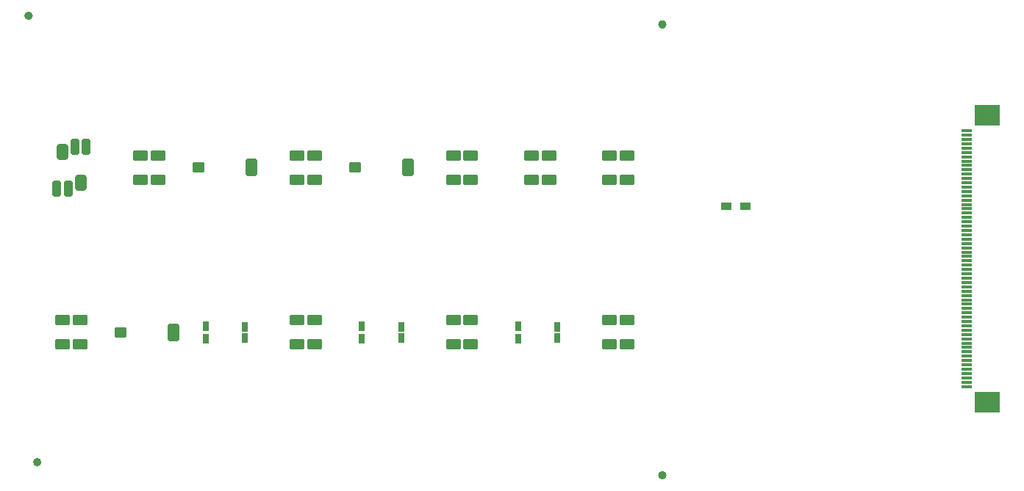
<source format=gtp>
G04 #@! TF.GenerationSoftware,KiCad,Pcbnew,(6.0.1-0)*
G04 #@! TF.CreationDate,2022-03-09T19:17:36+09:00*
G04 #@! TF.ProjectId,photo-single,70686f74-6f2d-4736-996e-676c652e6b69,rev?*
G04 #@! TF.SameCoordinates,Original*
G04 #@! TF.FileFunction,Paste,Top*
G04 #@! TF.FilePolarity,Positive*
%FSLAX46Y46*%
G04 Gerber Fmt 4.6, Leading zero omitted, Abs format (unit mm)*
G04 Created by KiCad (PCBNEW (6.0.1-0)) date 2022-03-09 19:17:36*
%MOMM*%
%LPD*%
G01*
G04 APERTURE LIST*
G04 Aperture macros list*
%AMRoundRect*
0 Rectangle with rounded corners*
0 $1 Rounding radius*
0 $2 $3 $4 $5 $6 $7 $8 $9 X,Y pos of 4 corners*
0 Add a 4 corners polygon primitive as box body*
4,1,4,$2,$3,$4,$5,$6,$7,$8,$9,$2,$3,0*
0 Add four circle primitives for the rounded corners*
1,1,$1+$1,$2,$3*
1,1,$1+$1,$4,$5*
1,1,$1+$1,$6,$7*
1,1,$1+$1,$8,$9*
0 Add four rect primitives between the rounded corners*
20,1,$1+$1,$2,$3,$4,$5,0*
20,1,$1+$1,$4,$5,$6,$7,0*
20,1,$1+$1,$6,$7,$8,$9,0*
20,1,$1+$1,$8,$9,$2,$3,0*%
G04 Aperture macros list end*
%ADD10C,0.475000*%
%ADD11C,0.120000*%
%ADD12RoundRect,0.250000X-0.625000X0.375000X-0.625000X-0.375000X0.625000X-0.375000X0.625000X0.375000X0*%
%ADD13RoundRect,0.280000X0.420000X0.720000X-0.420000X0.720000X-0.420000X-0.720000X0.420000X-0.720000X0*%
%ADD14RoundRect,0.240000X0.460000X0.360000X-0.460000X0.360000X-0.460000X-0.360000X0.460000X-0.360000X0*%
%ADD15RoundRect,0.260000X0.390000X-0.640000X0.390000X0.640000X-0.390000X0.640000X-0.390000X-0.640000X0*%
%ADD16RoundRect,0.200000X0.300000X-0.700000X0.300000X0.700000X-0.300000X0.700000X-0.300000X-0.700000X0*%
%ADD17RoundRect,0.260000X-0.390000X0.640000X-0.390000X-0.640000X0.390000X-0.640000X0.390000X0.640000X0*%
%ADD18RoundRect,0.200000X-0.300000X0.700000X-0.300000X-0.700000X0.300000X-0.700000X0.300000X0.700000X0*%
%ADD19RoundRect,0.250000X0.625000X-0.375000X0.625000X0.375000X-0.625000X0.375000X-0.625000X-0.375000X0*%
%ADD20R,1.250000X0.300000*%
%ADD21R,3.000000X2.400000*%
%ADD22R,1.200000X0.900000*%
G04 APERTURE END LIST*
D10*
X167237500Y-74000000D02*
G75*
G03*
X167237500Y-74000000I-237500J0D01*
G01*
X94237500Y-73000000D02*
G75*
G03*
X94237500Y-73000000I-237500J0D01*
G01*
X95237500Y-124500000D02*
G75*
G03*
X95237500Y-124500000I-237500J0D01*
G01*
X167237500Y-126000000D02*
G75*
G03*
X167237500Y-126000000I-237500J0D01*
G01*
D11*
X114056211Y-109701633D02*
X114656211Y-109701633D01*
X114656211Y-109701633D02*
X114656211Y-110701633D01*
X114656211Y-110701633D02*
X114056211Y-110701633D01*
X114056211Y-110701633D02*
X114056211Y-109701633D01*
G36*
X114656211Y-110701633D02*
G01*
X114056211Y-110701633D01*
X114056211Y-109701633D01*
X114656211Y-109701633D01*
X114656211Y-110701633D01*
G37*
X114656211Y-110701633D02*
X114056211Y-110701633D01*
X114056211Y-109701633D01*
X114656211Y-109701633D01*
X114656211Y-110701633D01*
X118586211Y-109651633D02*
X119186211Y-109651633D01*
X119186211Y-109651633D02*
X119186211Y-110651633D01*
X119186211Y-110651633D02*
X118586211Y-110651633D01*
X118586211Y-110651633D02*
X118586211Y-109651633D01*
G36*
X119186211Y-110651633D02*
G01*
X118586211Y-110651633D01*
X118586211Y-109651633D01*
X119186211Y-109651633D01*
X119186211Y-110651633D01*
G37*
X119186211Y-110651633D02*
X118586211Y-110651633D01*
X118586211Y-109651633D01*
X119186211Y-109651633D01*
X119186211Y-110651633D01*
X118586211Y-108351633D02*
X119186211Y-108351633D01*
X119186211Y-108351633D02*
X119186211Y-109351633D01*
X119186211Y-109351633D02*
X118586211Y-109351633D01*
X118586211Y-109351633D02*
X118586211Y-108351633D01*
G36*
X119186211Y-109351633D02*
G01*
X118586211Y-109351633D01*
X118586211Y-108351633D01*
X119186211Y-108351633D01*
X119186211Y-109351633D01*
G37*
X119186211Y-109351633D02*
X118586211Y-109351633D01*
X118586211Y-108351633D01*
X119186211Y-108351633D01*
X119186211Y-109351633D01*
X114056211Y-108301633D02*
X114656211Y-108301633D01*
X114656211Y-108301633D02*
X114656211Y-109301633D01*
X114656211Y-109301633D02*
X114056211Y-109301633D01*
X114056211Y-109301633D02*
X114056211Y-108301633D01*
G36*
X114656211Y-109301633D02*
G01*
X114056211Y-109301633D01*
X114056211Y-108301633D01*
X114656211Y-108301633D01*
X114656211Y-109301633D01*
G37*
X114656211Y-109301633D02*
X114056211Y-109301633D01*
X114056211Y-108301633D01*
X114656211Y-108301633D01*
X114656211Y-109301633D01*
X136586211Y-108351633D02*
X137186211Y-108351633D01*
X137186211Y-108351633D02*
X137186211Y-109351633D01*
X137186211Y-109351633D02*
X136586211Y-109351633D01*
X136586211Y-109351633D02*
X136586211Y-108351633D01*
G36*
X137186211Y-109351633D02*
G01*
X136586211Y-109351633D01*
X136586211Y-108351633D01*
X137186211Y-108351633D01*
X137186211Y-109351633D01*
G37*
X137186211Y-109351633D02*
X136586211Y-109351633D01*
X136586211Y-108351633D01*
X137186211Y-108351633D01*
X137186211Y-109351633D01*
X132056211Y-108301633D02*
X132656211Y-108301633D01*
X132656211Y-108301633D02*
X132656211Y-109301633D01*
X132656211Y-109301633D02*
X132056211Y-109301633D01*
X132056211Y-109301633D02*
X132056211Y-108301633D01*
G36*
X132656211Y-109301633D02*
G01*
X132056211Y-109301633D01*
X132056211Y-108301633D01*
X132656211Y-108301633D01*
X132656211Y-109301633D01*
G37*
X132656211Y-109301633D02*
X132056211Y-109301633D01*
X132056211Y-108301633D01*
X132656211Y-108301633D01*
X132656211Y-109301633D01*
X132056211Y-109701633D02*
X132656211Y-109701633D01*
X132656211Y-109701633D02*
X132656211Y-110701633D01*
X132656211Y-110701633D02*
X132056211Y-110701633D01*
X132056211Y-110701633D02*
X132056211Y-109701633D01*
G36*
X132656211Y-110701633D02*
G01*
X132056211Y-110701633D01*
X132056211Y-109701633D01*
X132656211Y-109701633D01*
X132656211Y-110701633D01*
G37*
X132656211Y-110701633D02*
X132056211Y-110701633D01*
X132056211Y-109701633D01*
X132656211Y-109701633D01*
X132656211Y-110701633D01*
X136586211Y-109651633D02*
X137186211Y-109651633D01*
X137186211Y-109651633D02*
X137186211Y-110651633D01*
X137186211Y-110651633D02*
X136586211Y-110651633D01*
X136586211Y-110651633D02*
X136586211Y-109651633D01*
G36*
X137186211Y-110651633D02*
G01*
X136586211Y-110651633D01*
X136586211Y-109651633D01*
X137186211Y-109651633D01*
X137186211Y-110651633D01*
G37*
X137186211Y-110651633D02*
X136586211Y-110651633D01*
X136586211Y-109651633D01*
X137186211Y-109651633D01*
X137186211Y-110651633D01*
X154586211Y-108351633D02*
X155186211Y-108351633D01*
X155186211Y-108351633D02*
X155186211Y-109351633D01*
X155186211Y-109351633D02*
X154586211Y-109351633D01*
X154586211Y-109351633D02*
X154586211Y-108351633D01*
G36*
X155186211Y-109351633D02*
G01*
X154586211Y-109351633D01*
X154586211Y-108351633D01*
X155186211Y-108351633D01*
X155186211Y-109351633D01*
G37*
X155186211Y-109351633D02*
X154586211Y-109351633D01*
X154586211Y-108351633D01*
X155186211Y-108351633D01*
X155186211Y-109351633D01*
X154586211Y-109651633D02*
X155186211Y-109651633D01*
X155186211Y-109651633D02*
X155186211Y-110651633D01*
X155186211Y-110651633D02*
X154586211Y-110651633D01*
X154586211Y-110651633D02*
X154586211Y-109651633D01*
G36*
X155186211Y-110651633D02*
G01*
X154586211Y-110651633D01*
X154586211Y-109651633D01*
X155186211Y-109651633D01*
X155186211Y-110651633D01*
G37*
X155186211Y-110651633D02*
X154586211Y-110651633D01*
X154586211Y-109651633D01*
X155186211Y-109651633D01*
X155186211Y-110651633D01*
X150056211Y-108301633D02*
X150656211Y-108301633D01*
X150656211Y-108301633D02*
X150656211Y-109301633D01*
X150656211Y-109301633D02*
X150056211Y-109301633D01*
X150056211Y-109301633D02*
X150056211Y-108301633D01*
G36*
X150656211Y-109301633D02*
G01*
X150056211Y-109301633D01*
X150056211Y-108301633D01*
X150656211Y-108301633D01*
X150656211Y-109301633D01*
G37*
X150656211Y-109301633D02*
X150056211Y-109301633D01*
X150056211Y-108301633D01*
X150656211Y-108301633D01*
X150656211Y-109301633D01*
X150056211Y-109701633D02*
X150656211Y-109701633D01*
X150656211Y-109701633D02*
X150656211Y-110701633D01*
X150656211Y-110701633D02*
X150056211Y-110701633D01*
X150056211Y-110701633D02*
X150056211Y-109701633D01*
G36*
X150656211Y-110701633D02*
G01*
X150056211Y-110701633D01*
X150056211Y-109701633D01*
X150656211Y-109701633D01*
X150656211Y-110701633D01*
G37*
X150656211Y-110701633D02*
X150056211Y-110701633D01*
X150056211Y-109701633D01*
X150656211Y-109701633D01*
X150656211Y-110701633D01*
D12*
X160921211Y-89102066D03*
X160921211Y-91902066D03*
X153921211Y-89102066D03*
X153921211Y-91902066D03*
X151921211Y-89102066D03*
X151921211Y-91902066D03*
X144921211Y-89102066D03*
X144921211Y-91902066D03*
X142921211Y-89102066D03*
X142921211Y-91902066D03*
D13*
X137671211Y-90502066D03*
D14*
X131571211Y-90502066D03*
D12*
X126921211Y-89102066D03*
X126921211Y-91902066D03*
X124921211Y-89102066D03*
X124921211Y-91902066D03*
D13*
X119671211Y-90502066D03*
D14*
X113571211Y-90502066D03*
D12*
X108921211Y-89102066D03*
X108921211Y-91902066D03*
X106921211Y-89102066D03*
X106921211Y-91902066D03*
D15*
X100000000Y-92300000D03*
D16*
X100650000Y-88100000D03*
X99350000Y-88100000D03*
D17*
X97900000Y-88700000D03*
D18*
X97250000Y-92900000D03*
X98550000Y-92900000D03*
D19*
X124921211Y-110901633D03*
X124921211Y-108101633D03*
D13*
X110671211Y-109501633D03*
D14*
X104571211Y-109501633D03*
D19*
X99921211Y-110901633D03*
X99921211Y-108101633D03*
X160921211Y-110901633D03*
X160921211Y-108101633D03*
X126921211Y-110901633D03*
X126921211Y-108101633D03*
X142921211Y-110901633D03*
X142921211Y-108101633D03*
X144921211Y-110901633D03*
X144921211Y-108101633D03*
D12*
X162921211Y-89102066D03*
X162921211Y-91902066D03*
D19*
X162921211Y-110901633D03*
X162921211Y-108101633D03*
D20*
X202074000Y-115770000D03*
X202074000Y-115270000D03*
X202074000Y-114770000D03*
X202074000Y-114270000D03*
X202074000Y-113770000D03*
X202074000Y-113270000D03*
X202074000Y-112770000D03*
X202074000Y-112270000D03*
X202074000Y-111770000D03*
X202074000Y-111270000D03*
X202074000Y-110770000D03*
X202074000Y-110270000D03*
X202074000Y-109770000D03*
X202074000Y-109270000D03*
X202074000Y-108770000D03*
X202074000Y-108270000D03*
X202074000Y-107770000D03*
X202074000Y-107270000D03*
X202074000Y-106770000D03*
X202074000Y-106270000D03*
X202074000Y-105770000D03*
X202074000Y-105270000D03*
X202074000Y-104770000D03*
X202074000Y-104270000D03*
X202074000Y-103770000D03*
X202074000Y-103270000D03*
X202074000Y-102770000D03*
X202074000Y-102270000D03*
X202074000Y-101770000D03*
X202074000Y-101270000D03*
X202074000Y-100770000D03*
X202074000Y-100270000D03*
X202074000Y-99770000D03*
X202074000Y-99270000D03*
X202074000Y-98770000D03*
X202074000Y-98270000D03*
X202074000Y-97770000D03*
X202074000Y-97270000D03*
X202074000Y-96770000D03*
X202074000Y-96270000D03*
X202074000Y-95770000D03*
X202074000Y-95270000D03*
X202074000Y-94770000D03*
X202074000Y-94270000D03*
X202074000Y-93770000D03*
X202074000Y-93270000D03*
X202074000Y-92770000D03*
X202074000Y-92270000D03*
X202074000Y-91770000D03*
X202074000Y-91270000D03*
X202074000Y-90770000D03*
X202074000Y-90270000D03*
X202074000Y-89770000D03*
X202074000Y-89270000D03*
X202074000Y-88770000D03*
X202074000Y-88270000D03*
X202074000Y-87770000D03*
X202074000Y-87270000D03*
X202074000Y-86770000D03*
X202074000Y-86270000D03*
D21*
X204399000Y-117570000D03*
X204399000Y-84470000D03*
D22*
X174400000Y-95000000D03*
X176600000Y-95000000D03*
D19*
X97921211Y-110901633D03*
X97921211Y-108101633D03*
M02*

</source>
